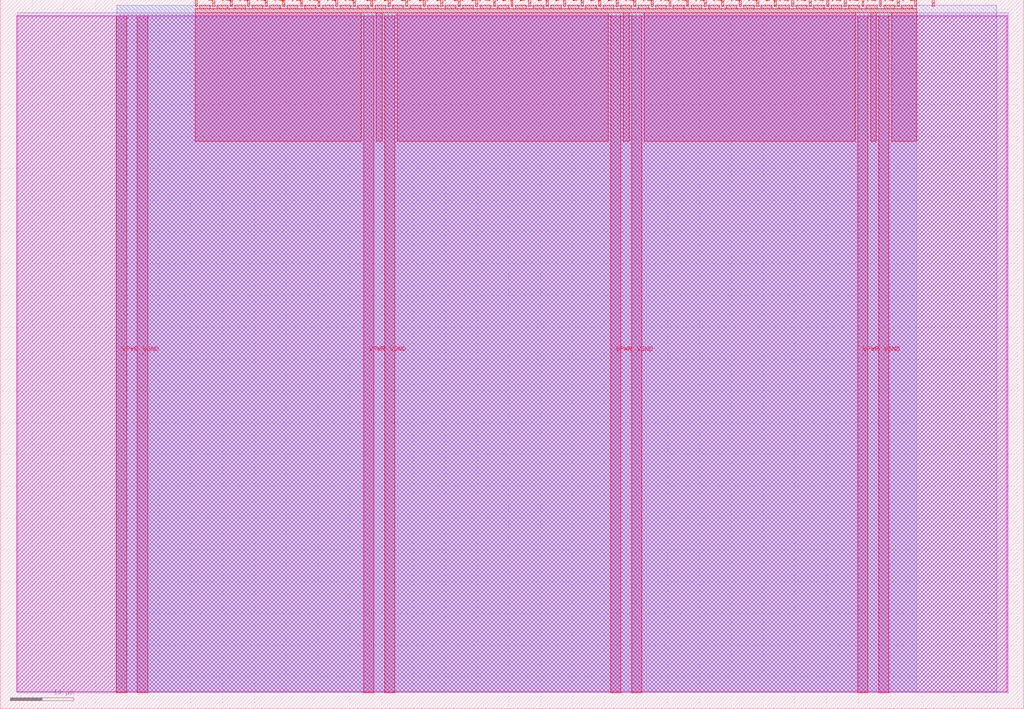
<source format=lef>
VERSION 5.7 ;
  NOWIREEXTENSIONATPIN ON ;
  DIVIDERCHAR "/" ;
  BUSBITCHARS "[]" ;
MACRO tt_um_schoeberl_wildcat
  CLASS BLOCK ;
  FOREIGN tt_um_schoeberl_wildcat ;
  ORIGIN 0.000 0.000 ;
  SIZE 161.000 BY 111.520 ;
  PIN VGND
    DIRECTION INOUT ;
    USE GROUND ;
    PORT
      LAYER met4 ;
        RECT 21.580 2.480 23.180 109.040 ;
    END
    PORT
      LAYER met4 ;
        RECT 60.450 2.480 62.050 109.040 ;
    END
    PORT
      LAYER met4 ;
        RECT 99.320 2.480 100.920 109.040 ;
    END
    PORT
      LAYER met4 ;
        RECT 138.190 2.480 139.790 109.040 ;
    END
  END VGND
  PIN VPWR
    DIRECTION INOUT ;
    USE POWER ;
    PORT
      LAYER met4 ;
        RECT 18.280 2.480 19.880 109.040 ;
    END
    PORT
      LAYER met4 ;
        RECT 57.150 2.480 58.750 109.040 ;
    END
    PORT
      LAYER met4 ;
        RECT 96.020 2.480 97.620 109.040 ;
    END
    PORT
      LAYER met4 ;
        RECT 134.890 2.480 136.490 109.040 ;
    END
  END VPWR
  PIN clk
    DIRECTION INPUT ;
    USE SIGNAL ;
    ANTENNAGATEAREA 0.852000 ;
    PORT
      LAYER met4 ;
        RECT 143.830 110.520 144.130 111.520 ;
    END
  END clk
  PIN ena
    DIRECTION INPUT ;
    USE SIGNAL ;
    PORT
      LAYER met4 ;
        RECT 146.590 110.520 146.890 111.520 ;
    END
  END ena
  PIN rst_n
    DIRECTION INPUT ;
    USE SIGNAL ;
    ANTENNAGATEAREA 0.196500 ;
    PORT
      LAYER met4 ;
        RECT 141.070 110.520 141.370 111.520 ;
    END
  END rst_n
  PIN ui_in[0]
    DIRECTION INPUT ;
    USE SIGNAL ;
    ANTENNAGATEAREA 0.196500 ;
    PORT
      LAYER met4 ;
        RECT 138.310 110.520 138.610 111.520 ;
    END
  END ui_in[0]
  PIN ui_in[1]
    DIRECTION INPUT ;
    USE SIGNAL ;
    ANTENNAGATEAREA 0.196500 ;
    PORT
      LAYER met4 ;
        RECT 135.550 110.520 135.850 111.520 ;
    END
  END ui_in[1]
  PIN ui_in[2]
    DIRECTION INPUT ;
    USE SIGNAL ;
    ANTENNAGATEAREA 0.196500 ;
    PORT
      LAYER met4 ;
        RECT 132.790 110.520 133.090 111.520 ;
    END
  END ui_in[2]
  PIN ui_in[3]
    DIRECTION INPUT ;
    USE SIGNAL ;
    ANTENNAGATEAREA 0.196500 ;
    PORT
      LAYER met4 ;
        RECT 130.030 110.520 130.330 111.520 ;
    END
  END ui_in[3]
  PIN ui_in[4]
    DIRECTION INPUT ;
    USE SIGNAL ;
    ANTENNAGATEAREA 0.196500 ;
    PORT
      LAYER met4 ;
        RECT 127.270 110.520 127.570 111.520 ;
    END
  END ui_in[4]
  PIN ui_in[5]
    DIRECTION INPUT ;
    USE SIGNAL ;
    ANTENNAGATEAREA 0.126000 ;
    PORT
      LAYER met4 ;
        RECT 124.510 110.520 124.810 111.520 ;
    END
  END ui_in[5]
  PIN ui_in[6]
    DIRECTION INPUT ;
    USE SIGNAL ;
    ANTENNAGATEAREA 0.196500 ;
    PORT
      LAYER met4 ;
        RECT 121.750 110.520 122.050 111.520 ;
    END
  END ui_in[6]
  PIN ui_in[7]
    DIRECTION INPUT ;
    USE SIGNAL ;
    PORT
      LAYER met4 ;
        RECT 118.990 110.520 119.290 111.520 ;
    END
  END ui_in[7]
  PIN uio_in[0]
    DIRECTION INPUT ;
    USE SIGNAL ;
    ANTENNAGATEAREA 0.196500 ;
    PORT
      LAYER met4 ;
        RECT 116.230 110.520 116.530 111.520 ;
    END
  END uio_in[0]
  PIN uio_in[1]
    DIRECTION INPUT ;
    USE SIGNAL ;
    ANTENNAGATEAREA 0.196500 ;
    PORT
      LAYER met4 ;
        RECT 113.470 110.520 113.770 111.520 ;
    END
  END uio_in[1]
  PIN uio_in[2]
    DIRECTION INPUT ;
    USE SIGNAL ;
    ANTENNAGATEAREA 0.196500 ;
    PORT
      LAYER met4 ;
        RECT 110.710 110.520 111.010 111.520 ;
    END
  END uio_in[2]
  PIN uio_in[3]
    DIRECTION INPUT ;
    USE SIGNAL ;
    ANTENNAGATEAREA 0.196500 ;
    PORT
      LAYER met4 ;
        RECT 107.950 110.520 108.250 111.520 ;
    END
  END uio_in[3]
  PIN uio_in[4]
    DIRECTION INPUT ;
    USE SIGNAL ;
    ANTENNAGATEAREA 0.196500 ;
    PORT
      LAYER met4 ;
        RECT 105.190 110.520 105.490 111.520 ;
    END
  END uio_in[4]
  PIN uio_in[5]
    DIRECTION INPUT ;
    USE SIGNAL ;
    ANTENNAGATEAREA 0.126000 ;
    PORT
      LAYER met4 ;
        RECT 102.430 110.520 102.730 111.520 ;
    END
  END uio_in[5]
  PIN uio_in[6]
    DIRECTION INPUT ;
    USE SIGNAL ;
    ANTENNAGATEAREA 0.196500 ;
    PORT
      LAYER met4 ;
        RECT 99.670 110.520 99.970 111.520 ;
    END
  END uio_in[6]
  PIN uio_in[7]
    DIRECTION INPUT ;
    USE SIGNAL ;
    PORT
      LAYER met4 ;
        RECT 96.910 110.520 97.210 111.520 ;
    END
  END uio_in[7]
  PIN uio_oe[0]
    DIRECTION OUTPUT ;
    USE SIGNAL ;
    PORT
      LAYER met4 ;
        RECT 49.990 110.520 50.290 111.520 ;
    END
  END uio_oe[0]
  PIN uio_oe[1]
    DIRECTION OUTPUT ;
    USE SIGNAL ;
    PORT
      LAYER met4 ;
        RECT 47.230 110.520 47.530 111.520 ;
    END
  END uio_oe[1]
  PIN uio_oe[2]
    DIRECTION OUTPUT ;
    USE SIGNAL ;
    PORT
      LAYER met4 ;
        RECT 44.470 110.520 44.770 111.520 ;
    END
  END uio_oe[2]
  PIN uio_oe[3]
    DIRECTION OUTPUT ;
    USE SIGNAL ;
    PORT
      LAYER met4 ;
        RECT 41.710 110.520 42.010 111.520 ;
    END
  END uio_oe[3]
  PIN uio_oe[4]
    DIRECTION OUTPUT ;
    USE SIGNAL ;
    PORT
      LAYER met4 ;
        RECT 38.950 110.520 39.250 111.520 ;
    END
  END uio_oe[4]
  PIN uio_oe[5]
    DIRECTION OUTPUT ;
    USE SIGNAL ;
    PORT
      LAYER met4 ;
        RECT 36.190 110.520 36.490 111.520 ;
    END
  END uio_oe[5]
  PIN uio_oe[6]
    DIRECTION OUTPUT ;
    USE SIGNAL ;
    PORT
      LAYER met4 ;
        RECT 33.430 110.520 33.730 111.520 ;
    END
  END uio_oe[6]
  PIN uio_oe[7]
    DIRECTION OUTPUT ;
    USE SIGNAL ;
    PORT
      LAYER met4 ;
        RECT 30.670 110.520 30.970 111.520 ;
    END
  END uio_oe[7]
  PIN uio_out[0]
    DIRECTION OUTPUT ;
    USE SIGNAL ;
    PORT
      LAYER met4 ;
        RECT 72.070 110.520 72.370 111.520 ;
    END
  END uio_out[0]
  PIN uio_out[1]
    DIRECTION OUTPUT ;
    USE SIGNAL ;
    PORT
      LAYER met4 ;
        RECT 69.310 110.520 69.610 111.520 ;
    END
  END uio_out[1]
  PIN uio_out[2]
    DIRECTION OUTPUT ;
    USE SIGNAL ;
    PORT
      LAYER met4 ;
        RECT 66.550 110.520 66.850 111.520 ;
    END
  END uio_out[2]
  PIN uio_out[3]
    DIRECTION OUTPUT ;
    USE SIGNAL ;
    PORT
      LAYER met4 ;
        RECT 63.790 110.520 64.090 111.520 ;
    END
  END uio_out[3]
  PIN uio_out[4]
    DIRECTION OUTPUT ;
    USE SIGNAL ;
    PORT
      LAYER met4 ;
        RECT 61.030 110.520 61.330 111.520 ;
    END
  END uio_out[4]
  PIN uio_out[5]
    DIRECTION OUTPUT ;
    USE SIGNAL ;
    PORT
      LAYER met4 ;
        RECT 58.270 110.520 58.570 111.520 ;
    END
  END uio_out[5]
  PIN uio_out[6]
    DIRECTION OUTPUT ;
    USE SIGNAL ;
    PORT
      LAYER met4 ;
        RECT 55.510 110.520 55.810 111.520 ;
    END
  END uio_out[6]
  PIN uio_out[7]
    DIRECTION OUTPUT ;
    USE SIGNAL ;
    PORT
      LAYER met4 ;
        RECT 52.750 110.520 53.050 111.520 ;
    END
  END uio_out[7]
  PIN uo_out[0]
    DIRECTION OUTPUT ;
    USE SIGNAL ;
    ANTENNADIFFAREA 0.643500 ;
    PORT
      LAYER met4 ;
        RECT 94.150 110.520 94.450 111.520 ;
    END
  END uo_out[0]
  PIN uo_out[1]
    DIRECTION OUTPUT ;
    USE SIGNAL ;
    ANTENNADIFFAREA 1.524450 ;
    PORT
      LAYER met4 ;
        RECT 91.390 110.520 91.690 111.520 ;
    END
  END uo_out[1]
  PIN uo_out[2]
    DIRECTION OUTPUT ;
    USE SIGNAL ;
    ANTENNADIFFAREA 1.721000 ;
    PORT
      LAYER met4 ;
        RECT 88.630 110.520 88.930 111.520 ;
    END
  END uo_out[2]
  PIN uo_out[3]
    DIRECTION OUTPUT ;
    USE SIGNAL ;
    ANTENNADIFFAREA 1.524450 ;
    PORT
      LAYER met4 ;
        RECT 85.870 110.520 86.170 111.520 ;
    END
  END uo_out[3]
  PIN uo_out[4]
    DIRECTION OUTPUT ;
    USE SIGNAL ;
    ANTENNADIFFAREA 1.721000 ;
    PORT
      LAYER met4 ;
        RECT 83.110 110.520 83.410 111.520 ;
    END
  END uo_out[4]
  PIN uo_out[5]
    DIRECTION OUTPUT ;
    USE SIGNAL ;
    ANTENNADIFFAREA 1.721000 ;
    PORT
      LAYER met4 ;
        RECT 80.350 110.520 80.650 111.520 ;
    END
  END uo_out[5]
  PIN uo_out[6]
    DIRECTION OUTPUT ;
    USE SIGNAL ;
    ANTENNADIFFAREA 1.721000 ;
    PORT
      LAYER met4 ;
        RECT 77.590 110.520 77.890 111.520 ;
    END
  END uo_out[6]
  PIN uo_out[7]
    DIRECTION OUTPUT ;
    USE SIGNAL ;
    ANTENNADIFFAREA 0.445500 ;
    PORT
      LAYER met4 ;
        RECT 74.830 110.520 75.130 111.520 ;
    END
  END uo_out[7]
  OBS
      LAYER nwell ;
        RECT 2.570 2.635 158.430 108.990 ;
      LAYER li1 ;
        RECT 2.760 2.635 158.240 108.885 ;
      LAYER met1 ;
        RECT 2.760 2.480 158.540 109.440 ;
      LAYER met2 ;
        RECT 18.310 2.535 156.760 110.685 ;
      LAYER met3 ;
        RECT 18.290 2.555 144.170 110.665 ;
      LAYER met4 ;
        RECT 31.370 110.120 33.030 110.665 ;
        RECT 34.130 110.120 35.790 110.665 ;
        RECT 36.890 110.120 38.550 110.665 ;
        RECT 39.650 110.120 41.310 110.665 ;
        RECT 42.410 110.120 44.070 110.665 ;
        RECT 45.170 110.120 46.830 110.665 ;
        RECT 47.930 110.120 49.590 110.665 ;
        RECT 50.690 110.120 52.350 110.665 ;
        RECT 53.450 110.120 55.110 110.665 ;
        RECT 56.210 110.120 57.870 110.665 ;
        RECT 58.970 110.120 60.630 110.665 ;
        RECT 61.730 110.120 63.390 110.665 ;
        RECT 64.490 110.120 66.150 110.665 ;
        RECT 67.250 110.120 68.910 110.665 ;
        RECT 70.010 110.120 71.670 110.665 ;
        RECT 72.770 110.120 74.430 110.665 ;
        RECT 75.530 110.120 77.190 110.665 ;
        RECT 78.290 110.120 79.950 110.665 ;
        RECT 81.050 110.120 82.710 110.665 ;
        RECT 83.810 110.120 85.470 110.665 ;
        RECT 86.570 110.120 88.230 110.665 ;
        RECT 89.330 110.120 90.990 110.665 ;
        RECT 92.090 110.120 93.750 110.665 ;
        RECT 94.850 110.120 96.510 110.665 ;
        RECT 97.610 110.120 99.270 110.665 ;
        RECT 100.370 110.120 102.030 110.665 ;
        RECT 103.130 110.120 104.790 110.665 ;
        RECT 105.890 110.120 107.550 110.665 ;
        RECT 108.650 110.120 110.310 110.665 ;
        RECT 111.410 110.120 113.070 110.665 ;
        RECT 114.170 110.120 115.830 110.665 ;
        RECT 116.930 110.120 118.590 110.665 ;
        RECT 119.690 110.120 121.350 110.665 ;
        RECT 122.450 110.120 124.110 110.665 ;
        RECT 125.210 110.120 126.870 110.665 ;
        RECT 127.970 110.120 129.630 110.665 ;
        RECT 130.730 110.120 132.390 110.665 ;
        RECT 133.490 110.120 135.150 110.665 ;
        RECT 136.250 110.120 137.910 110.665 ;
        RECT 139.010 110.120 140.670 110.665 ;
        RECT 141.770 110.120 143.430 110.665 ;
        RECT 30.655 109.440 144.145 110.120 ;
        RECT 30.655 89.255 56.750 109.440 ;
        RECT 59.150 89.255 60.050 109.440 ;
        RECT 62.450 89.255 95.620 109.440 ;
        RECT 98.020 89.255 98.920 109.440 ;
        RECT 101.320 89.255 134.490 109.440 ;
        RECT 136.890 89.255 137.790 109.440 ;
        RECT 140.190 89.255 144.145 109.440 ;
  END
END tt_um_schoeberl_wildcat
END LIBRARY


</source>
